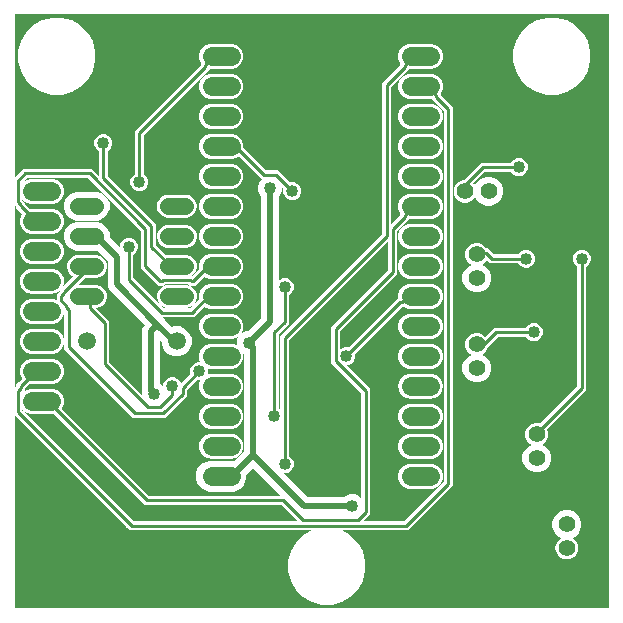
<source format=gbl>
G04 EAGLE Gerber RS-274X export*
G75*
%MOMM*%
%FSLAX34Y34*%
%LPD*%
%INBottom Copper*%
%IPPOS*%
%AMOC8*
5,1,8,0,0,1.08239X$1,22.5*%
G01*
%ADD10C,1.625600*%
%ADD11C,1.422400*%
%ADD12C,1.422400*%
%ADD13C,1.509600*%
%ADD14C,1.016000*%
%ADD15C,0.508000*%
%ADD16C,0.254000*%

G36*
X505419Y2615D02*
X505419Y2615D01*
X505417Y2618D01*
X505419Y2620D01*
X505419Y505380D01*
X505385Y505419D01*
X505382Y505417D01*
X505380Y505419D01*
X2620Y505419D01*
X2581Y505385D01*
X2583Y505382D01*
X2581Y505380D01*
X2581Y367475D01*
X2590Y367464D01*
X2589Y367451D01*
X2603Y367450D01*
X2615Y367436D01*
X2629Y367448D01*
X2648Y367447D01*
X7608Y372407D01*
X9852Y374651D01*
X67618Y374651D01*
X73592Y368677D01*
X73606Y368676D01*
X73615Y368666D01*
X73618Y368668D01*
X73620Y368665D01*
X73630Y368675D01*
X73644Y368674D01*
X73645Y368687D01*
X73659Y368700D01*
X73657Y368702D01*
X73659Y368705D01*
X73659Y389544D01*
X73640Y389565D01*
X73635Y389580D01*
X73153Y389779D01*
X71009Y391923D01*
X69849Y394724D01*
X69849Y397756D01*
X71009Y400557D01*
X73153Y402701D01*
X75954Y403861D01*
X78986Y403861D01*
X81787Y402701D01*
X83931Y400557D01*
X85091Y397756D01*
X85091Y394724D01*
X83931Y391923D01*
X81787Y389779D01*
X81305Y389580D01*
X81293Y389556D01*
X81288Y389551D01*
X81289Y389551D01*
X81281Y389544D01*
X81281Y368625D01*
X81293Y368611D01*
X81292Y368597D01*
X121921Y327968D01*
X121921Y310205D01*
X121933Y310191D01*
X121932Y310177D01*
X130429Y301680D01*
X130458Y301678D01*
X130472Y301672D01*
X130668Y301753D01*
X148732Y301753D01*
X152280Y300283D01*
X154995Y297568D01*
X156465Y294020D01*
X156465Y290180D01*
X154995Y286632D01*
X152804Y284441D01*
X152801Y284389D01*
X152804Y284389D01*
X152804Y284385D01*
X153007Y284182D01*
X153059Y284179D01*
X153059Y284182D01*
X153063Y284182D01*
X158583Y289702D01*
X158584Y289721D01*
X158593Y289729D01*
X158587Y289735D01*
X158592Y289745D01*
X158495Y289978D01*
X158495Y294222D01*
X160119Y298143D01*
X163121Y301145D01*
X167042Y302769D01*
X187542Y302769D01*
X191463Y301145D01*
X194465Y298143D01*
X196089Y294222D01*
X196089Y289978D01*
X194465Y286057D01*
X191463Y283055D01*
X187542Y281431D01*
X167042Y281431D01*
X163121Y283055D01*
X162945Y283231D01*
X162894Y283234D01*
X162893Y283231D01*
X162890Y283231D01*
X155248Y275589D01*
X150822Y275589D01*
X149563Y276848D01*
X149544Y276849D01*
X149535Y276859D01*
X129865Y276859D01*
X129851Y276847D01*
X129837Y276848D01*
X128578Y275589D01*
X124152Y275589D01*
X109219Y290522D01*
X109219Y322255D01*
X109207Y322269D01*
X109208Y322283D01*
X64473Y367018D01*
X64454Y367019D01*
X64445Y367029D01*
X13025Y367029D01*
X13011Y367017D01*
X12997Y367018D01*
X8902Y362923D01*
X8901Y362909D01*
X8892Y362901D01*
X8894Y362898D01*
X8891Y362895D01*
X8891Y362401D01*
X8900Y362391D01*
X8899Y362377D01*
X8913Y362376D01*
X8925Y362362D01*
X8939Y362375D01*
X8958Y362374D01*
X11229Y364645D01*
X15150Y366269D01*
X35650Y366269D01*
X39571Y364645D01*
X42573Y361643D01*
X44197Y357722D01*
X44197Y353478D01*
X42573Y349557D01*
X39571Y346555D01*
X35650Y344931D01*
X15150Y344931D01*
X11229Y346555D01*
X8958Y348826D01*
X8944Y348827D01*
X8935Y348838D01*
X8925Y348829D01*
X8906Y348830D01*
X8905Y348811D01*
X8891Y348799D01*
X8891Y348305D01*
X8903Y348291D01*
X8902Y348277D01*
X11431Y345748D01*
X11431Y344495D01*
X11443Y344481D01*
X11442Y344467D01*
X15054Y340855D01*
X15083Y340853D01*
X15097Y340847D01*
X15150Y340869D01*
X35650Y340869D01*
X39571Y339245D01*
X42573Y336243D01*
X44197Y332322D01*
X44197Y328078D01*
X42573Y324157D01*
X39571Y321155D01*
X35650Y319531D01*
X15150Y319531D01*
X11229Y321155D01*
X8227Y324157D01*
X6603Y328078D01*
X6603Y332322D01*
X8227Y336243D01*
X8530Y336546D01*
X8533Y336597D01*
X8530Y336598D01*
X8530Y336601D01*
X6053Y339078D01*
X3809Y341322D01*
X3809Y342575D01*
X3797Y342589D01*
X3798Y342603D01*
X3513Y342888D01*
X2648Y343753D01*
X2634Y343754D01*
X2625Y343764D01*
X2615Y343755D01*
X2596Y343756D01*
X2595Y343738D01*
X2581Y343725D01*
X2581Y189675D01*
X2590Y189664D01*
X2589Y189651D01*
X2603Y189650D01*
X2615Y189636D01*
X2627Y189646D01*
X2631Y189646D01*
X2633Y189648D01*
X2648Y189647D01*
X3798Y190797D01*
X3799Y190811D01*
X3808Y190819D01*
X3806Y190822D01*
X3809Y190825D01*
X3809Y192078D01*
X6053Y194322D01*
X8530Y196799D01*
X8531Y196817D01*
X8539Y196824D01*
X8532Y196832D01*
X8533Y196851D01*
X8530Y196851D01*
X8530Y196854D01*
X8227Y197157D01*
X6603Y201078D01*
X6603Y205322D01*
X8227Y209243D01*
X11229Y212245D01*
X15150Y213869D01*
X35650Y213869D01*
X39571Y212245D01*
X42573Y209243D01*
X44197Y205322D01*
X44197Y201078D01*
X42573Y197157D01*
X39571Y194155D01*
X35650Y192531D01*
X15150Y192531D01*
X15097Y192553D01*
X15089Y192551D01*
X15076Y192551D01*
X15068Y192544D01*
X15054Y192545D01*
X11442Y188933D01*
X11441Y188914D01*
X11431Y188905D01*
X11431Y187652D01*
X8902Y185123D01*
X8901Y185107D01*
X8891Y185098D01*
X8892Y185097D01*
X8891Y185095D01*
X8891Y184601D01*
X8900Y184591D01*
X8899Y184577D01*
X8913Y184576D01*
X8925Y184562D01*
X8939Y184575D01*
X8958Y184574D01*
X11229Y186845D01*
X15150Y188469D01*
X35650Y188469D01*
X39571Y186845D01*
X42573Y183843D01*
X44197Y179922D01*
X44197Y175678D01*
X42573Y171757D01*
X42270Y171454D01*
X42269Y171442D01*
X42267Y171439D01*
X42269Y171436D01*
X42267Y171403D01*
X42270Y171402D01*
X42270Y171399D01*
X115867Y97802D01*
X115886Y97801D01*
X115895Y97791D01*
X227887Y97791D01*
X227898Y97800D01*
X227911Y97799D01*
X227912Y97813D01*
X227926Y97825D01*
X227914Y97839D01*
X227915Y97858D01*
X204498Y121275D01*
X204446Y121278D01*
X204446Y121275D01*
X204442Y121275D01*
X198640Y115473D01*
X198639Y115454D01*
X198629Y115445D01*
X198629Y111673D01*
X196618Y106818D01*
X192902Y103102D01*
X188047Y101091D01*
X166537Y101091D01*
X161682Y103102D01*
X157966Y106818D01*
X155955Y111673D01*
X155955Y116927D01*
X157966Y121782D01*
X161682Y125498D01*
X166537Y127509D01*
X188047Y127509D01*
X188783Y127204D01*
X188810Y127214D01*
X188825Y127213D01*
X196838Y135225D01*
X196839Y135238D01*
X196842Y135241D01*
X196839Y135244D01*
X196849Y135253D01*
X196849Y217884D01*
X196830Y217906D01*
X196825Y217921D01*
X196075Y218231D01*
X196062Y218227D01*
X196049Y218233D01*
X196043Y218221D01*
X196025Y218215D01*
X196031Y218197D01*
X196023Y218180D01*
X196089Y218022D01*
X196089Y213778D01*
X194465Y209857D01*
X191463Y206855D01*
X187542Y205231D01*
X167042Y205231D01*
X166062Y205637D01*
X166049Y205633D01*
X166036Y205639D01*
X166030Y205627D01*
X166012Y205621D01*
X166019Y205603D01*
X166010Y205586D01*
X166371Y204716D01*
X166371Y201684D01*
X166010Y200814D01*
X166015Y200801D01*
X166009Y200789D01*
X166021Y200782D01*
X166027Y200765D01*
X166045Y200771D01*
X166062Y200763D01*
X167042Y201169D01*
X187542Y201169D01*
X191463Y199545D01*
X194465Y196543D01*
X196089Y192622D01*
X196089Y188378D01*
X194465Y184457D01*
X191463Y181455D01*
X187542Y179831D01*
X167042Y179831D01*
X163121Y181455D01*
X160119Y184457D01*
X158495Y188378D01*
X158495Y192622D01*
X159698Y195525D01*
X159697Y195528D01*
X159698Y195529D01*
X159696Y195531D01*
X159700Y195535D01*
X159690Y195547D01*
X159681Y195574D01*
X159669Y195570D01*
X159661Y195579D01*
X157234Y195579D01*
X156752Y195779D01*
X156725Y195769D01*
X156710Y195770D01*
X148602Y187663D01*
X148601Y187650D01*
X148600Y187649D01*
X148601Y187648D01*
X148601Y187644D01*
X148591Y187635D01*
X148591Y182572D01*
X129848Y163829D01*
X102562Y163829D01*
X100318Y166073D01*
X46693Y219698D01*
X44449Y221942D01*
X44449Y253675D01*
X44437Y253689D01*
X44438Y253703D01*
X44264Y253877D01*
X44250Y253878D01*
X44241Y253888D01*
X44231Y253879D01*
X44212Y253880D01*
X44211Y253862D01*
X44197Y253849D01*
X44197Y251878D01*
X42573Y247957D01*
X39571Y244955D01*
X35650Y243331D01*
X15150Y243331D01*
X11229Y244955D01*
X8227Y247957D01*
X6603Y251878D01*
X6603Y256122D01*
X8227Y260043D01*
X11229Y263045D01*
X15150Y264669D01*
X35650Y264669D01*
X38045Y263677D01*
X38051Y263679D01*
X38055Y263674D01*
X38067Y263684D01*
X38094Y263694D01*
X38090Y263705D01*
X38099Y263713D01*
X38099Y268278D01*
X40628Y270807D01*
X40629Y270826D01*
X40639Y270835D01*
X40639Y271329D01*
X40630Y271339D01*
X40631Y271353D01*
X40617Y271354D01*
X40605Y271368D01*
X40601Y271364D01*
X40600Y271365D01*
X40597Y271365D01*
X40586Y271356D01*
X40572Y271356D01*
X40478Y271262D01*
X39120Y270275D01*
X37623Y269513D01*
X36026Y268994D01*
X34368Y268731D01*
X25479Y268731D01*
X25479Y279321D01*
X44197Y279321D01*
X44197Y278560D01*
X43934Y276902D01*
X43415Y275305D01*
X43070Y274628D01*
X43075Y274607D01*
X43074Y274586D01*
X43081Y274585D01*
X43083Y274577D01*
X43108Y274584D01*
X43111Y274583D01*
X43112Y274583D01*
X43114Y274583D01*
X43133Y274582D01*
X51973Y283422D01*
X51973Y283428D01*
X51979Y283430D01*
X51974Y283445D01*
X51976Y283474D01*
X51964Y283475D01*
X51960Y283486D01*
X50920Y283917D01*
X48205Y286632D01*
X46735Y290180D01*
X46735Y294020D01*
X48205Y297568D01*
X50920Y300283D01*
X54468Y301753D01*
X72532Y301753D01*
X76080Y300283D01*
X78795Y297568D01*
X80265Y294020D01*
X80265Y290180D01*
X78795Y286632D01*
X76080Y283917D01*
X72532Y282447D01*
X61793Y282447D01*
X61779Y282435D01*
X61765Y282436D01*
X55749Y276420D01*
X55748Y276406D01*
X55738Y276397D01*
X55747Y276387D01*
X55746Y276368D01*
X55764Y276367D01*
X55777Y276353D01*
X72532Y276353D01*
X76080Y274883D01*
X78795Y272168D01*
X80265Y268620D01*
X80265Y264780D01*
X78795Y261232D01*
X76080Y258517D01*
X72532Y257047D01*
X71017Y257047D01*
X71006Y257038D01*
X70993Y257039D01*
X70992Y257025D01*
X70978Y257013D01*
X70990Y256999D01*
X70989Y256980D01*
X82551Y245418D01*
X82551Y211145D01*
X82563Y211131D01*
X82562Y211117D01*
X110422Y183257D01*
X110436Y183256D01*
X110445Y183246D01*
X110448Y183248D01*
X110450Y183248D01*
X110457Y183255D01*
X110474Y183254D01*
X110475Y183271D01*
X110489Y183283D01*
X110488Y183284D01*
X110489Y183285D01*
X110489Y239006D01*
X111649Y241807D01*
X112385Y242542D01*
X112388Y242594D01*
X112385Y242594D01*
X112385Y242598D01*
X84589Y270394D01*
X82439Y272543D01*
X81279Y275344D01*
X81279Y296547D01*
X81267Y296561D01*
X81268Y296575D01*
X72547Y305296D01*
X72528Y305297D01*
X72519Y305307D01*
X53963Y305307D01*
X49481Y307164D01*
X46052Y310593D01*
X44195Y315075D01*
X44195Y319925D01*
X46052Y324407D01*
X49481Y327836D01*
X53963Y329693D01*
X73037Y329693D01*
X77519Y327836D01*
X80948Y324407D01*
X82805Y319925D01*
X82805Y316609D01*
X82817Y316595D01*
X82816Y316581D01*
X91372Y308025D01*
X91386Y308024D01*
X91395Y308014D01*
X91405Y308023D01*
X91424Y308022D01*
X91425Y308040D01*
X91439Y308053D01*
X91439Y310126D01*
X92599Y312927D01*
X94743Y315071D01*
X97544Y316231D01*
X100576Y316231D01*
X103377Y315071D01*
X105521Y312927D01*
X106681Y310126D01*
X106681Y307094D01*
X105521Y304293D01*
X103377Y302149D01*
X102895Y301950D01*
X102882Y301924D01*
X102871Y301914D01*
X102871Y282265D01*
X102883Y282251D01*
X102882Y282237D01*
X128567Y256552D01*
X128586Y256551D01*
X128595Y256541D01*
X150805Y256541D01*
X150819Y256553D01*
X150833Y256552D01*
X158583Y264302D01*
X158585Y264329D01*
X158591Y264334D01*
X158588Y264337D01*
X158592Y264345D01*
X158495Y264578D01*
X158495Y268822D01*
X160119Y272743D01*
X163121Y275745D01*
X167042Y277369D01*
X187542Y277369D01*
X191463Y275745D01*
X194465Y272743D01*
X196089Y268822D01*
X196089Y264578D01*
X194465Y260657D01*
X191463Y257655D01*
X187542Y256031D01*
X167042Y256031D01*
X163121Y257655D01*
X162945Y257831D01*
X162894Y257834D01*
X162893Y257831D01*
X162890Y257831D01*
X153978Y248919D01*
X127713Y248919D01*
X127702Y248910D01*
X127689Y248911D01*
X127688Y248897D01*
X127674Y248885D01*
X127686Y248871D01*
X127685Y248852D01*
X129656Y246881D01*
X135841Y240697D01*
X135870Y240695D01*
X135883Y240688D01*
X137188Y241229D01*
X142212Y241229D01*
X146854Y239306D01*
X150406Y235754D01*
X152329Y231112D01*
X152329Y226088D01*
X150406Y221446D01*
X146854Y217894D01*
X142212Y215971D01*
X137188Y215971D01*
X132546Y217894D01*
X128994Y221446D01*
X127071Y226088D01*
X127071Y227895D01*
X127059Y227909D01*
X127060Y227923D01*
X125798Y229185D01*
X125784Y229186D01*
X125775Y229196D01*
X125765Y229187D01*
X125746Y229188D01*
X125745Y229170D01*
X125731Y229157D01*
X125731Y193070D01*
X125750Y193048D01*
X125755Y193033D01*
X126406Y192764D01*
X128202Y190967D01*
X128216Y190966D01*
X128225Y190956D01*
X128235Y190965D01*
X128254Y190964D01*
X128255Y190983D01*
X128269Y190995D01*
X128269Y192016D01*
X129429Y194817D01*
X131573Y196961D01*
X134374Y198121D01*
X137406Y198121D01*
X140207Y196961D01*
X142351Y194817D01*
X143098Y193013D01*
X143103Y193011D01*
X143103Y193004D01*
X143118Y193003D01*
X143144Y192991D01*
X143149Y193001D01*
X143162Y193001D01*
X143213Y193052D01*
X151320Y201160D01*
X151321Y201173D01*
X151330Y201181D01*
X151322Y201189D01*
X151329Y201202D01*
X151129Y201684D01*
X151129Y204716D01*
X152289Y207517D01*
X154433Y209661D01*
X157234Y210821D01*
X159661Y210821D01*
X159666Y210825D01*
X159672Y210822D01*
X159678Y210836D01*
X159700Y210855D01*
X159692Y210864D01*
X159698Y210875D01*
X158495Y213778D01*
X158495Y218022D01*
X160119Y221943D01*
X163121Y224945D01*
X167042Y226569D01*
X187542Y226569D01*
X190445Y225366D01*
X190451Y225368D01*
X190455Y225364D01*
X190457Y225366D01*
X190459Y225364D01*
X190460Y225364D01*
X190474Y225376D01*
X190494Y225383D01*
X190491Y225391D01*
X190499Y225398D01*
X190497Y225400D01*
X190499Y225403D01*
X190499Y229351D01*
X191796Y232481D01*
X191789Y232500D01*
X191791Y232520D01*
X191782Y232521D01*
X191779Y232530D01*
X191756Y232522D01*
X191732Y232524D01*
X191463Y232255D01*
X187542Y230631D01*
X167042Y230631D01*
X163121Y232255D01*
X160119Y235257D01*
X158495Y239178D01*
X158495Y243422D01*
X160119Y247343D01*
X163121Y250345D01*
X167042Y251969D01*
X187542Y251969D01*
X191463Y250345D01*
X194465Y247343D01*
X196089Y243422D01*
X196089Y239178D01*
X194715Y235861D01*
X194721Y235842D01*
X194720Y235822D01*
X194728Y235822D01*
X194732Y235812D01*
X194755Y235820D01*
X194779Y235818D01*
X194904Y235944D01*
X198639Y237491D01*
X200027Y237491D01*
X200041Y237503D01*
X200055Y237502D01*
X210808Y248255D01*
X210809Y248272D01*
X210819Y248281D01*
X210818Y248282D01*
X210819Y248283D01*
X210819Y351375D01*
X210807Y351389D01*
X210808Y351403D01*
X209826Y352384D01*
X208279Y356119D01*
X208279Y360161D01*
X209826Y363896D01*
X211708Y365777D01*
X211709Y365791D01*
X211714Y365795D01*
X211709Y365801D01*
X211711Y365829D01*
X211708Y365829D01*
X211708Y365833D01*
X209538Y368003D01*
X192202Y385339D01*
X192184Y385340D01*
X192178Y385347D01*
X192171Y385347D01*
X192164Y385341D01*
X192150Y385342D01*
X192150Y385339D01*
X192147Y385339D01*
X191463Y384655D01*
X187542Y383031D01*
X167042Y383031D01*
X163121Y384655D01*
X160119Y387657D01*
X158495Y391578D01*
X158495Y395822D01*
X160119Y399743D01*
X163121Y402745D01*
X167042Y404369D01*
X187542Y404369D01*
X191463Y402745D01*
X194465Y399743D01*
X196089Y395822D01*
X196089Y392247D01*
X196101Y392233D01*
X196100Y392219D01*
X214927Y373392D01*
X214946Y373391D01*
X214955Y373381D01*
X225098Y373381D01*
X235450Y363030D01*
X235479Y363028D01*
X235492Y363021D01*
X235974Y363221D01*
X239006Y363221D01*
X241807Y362061D01*
X243951Y359917D01*
X245111Y357116D01*
X245111Y354084D01*
X243951Y351283D01*
X241807Y349139D01*
X239006Y347979D01*
X235974Y347979D01*
X233173Y349139D01*
X231029Y351283D01*
X229869Y354084D01*
X229869Y357116D01*
X230069Y357598D01*
X230059Y357625D01*
X230060Y357640D01*
X228668Y359033D01*
X228654Y359034D01*
X228645Y359044D01*
X228635Y359035D01*
X228616Y359036D01*
X228615Y359018D01*
X228601Y359005D01*
X228601Y356119D01*
X227054Y352384D01*
X226072Y351403D01*
X226071Y351384D01*
X226061Y351375D01*
X226061Y280113D01*
X226070Y280102D01*
X226069Y280089D01*
X226083Y280088D01*
X226095Y280074D01*
X226100Y280078D01*
X226105Y280078D01*
X226113Y280086D01*
X226128Y280085D01*
X226823Y280781D01*
X229624Y281941D01*
X232656Y281941D01*
X235457Y280781D01*
X237601Y278637D01*
X238761Y275836D01*
X238761Y272804D01*
X237601Y270003D01*
X235457Y267859D01*
X234975Y267660D01*
X234962Y267634D01*
X234951Y267624D01*
X234951Y243532D01*
X226072Y234653D01*
X226071Y234639D01*
X226063Y234632D01*
X226065Y234629D01*
X226061Y234625D01*
X226061Y171796D01*
X226080Y171775D01*
X226085Y171760D01*
X226567Y171561D01*
X227262Y170865D01*
X227276Y170864D01*
X227285Y170854D01*
X227295Y170863D01*
X227314Y170862D01*
X227315Y170880D01*
X227329Y170893D01*
X227329Y232718D01*
X313678Y319067D01*
X313679Y319080D01*
X313687Y319088D01*
X313685Y319091D01*
X313689Y319095D01*
X313689Y447348D01*
X328918Y462577D01*
X328919Y462596D01*
X328929Y462605D01*
X328929Y463667D01*
X328917Y463681D01*
X328918Y463694D01*
X328755Y463857D01*
X327131Y467778D01*
X327131Y472022D01*
X328755Y475943D01*
X331757Y478945D01*
X335678Y480569D01*
X356178Y480569D01*
X360099Y478945D01*
X363101Y475943D01*
X364725Y472022D01*
X364725Y467778D01*
X363101Y463857D01*
X360099Y460855D01*
X356178Y459231D01*
X336367Y459231D01*
X336353Y459219D01*
X336339Y459220D01*
X321322Y444203D01*
X321321Y444190D01*
X321318Y444187D01*
X321321Y444184D01*
X321311Y444175D01*
X321311Y328065D01*
X321320Y328054D01*
X321319Y328041D01*
X321333Y328040D01*
X321345Y328026D01*
X321359Y328038D01*
X321378Y328037D01*
X328918Y335577D01*
X328919Y335596D01*
X328929Y335605D01*
X328929Y336687D01*
X328917Y336701D01*
X328918Y336714D01*
X328775Y336857D01*
X327151Y340778D01*
X327151Y345022D01*
X328775Y348943D01*
X331777Y351945D01*
X335698Y353569D01*
X356198Y353569D01*
X360119Y351945D01*
X363121Y348943D01*
X364745Y345022D01*
X364745Y340778D01*
X363121Y336857D01*
X360119Y333855D01*
X356198Y332231D01*
X336367Y332231D01*
X336353Y332219D01*
X336339Y332220D01*
X326402Y322283D01*
X326401Y322264D01*
X326391Y322255D01*
X326391Y285442D01*
X278142Y237193D01*
X278141Y237174D01*
X278131Y237165D01*
X278131Y221693D01*
X278140Y221682D01*
X278139Y221669D01*
X278153Y221668D01*
X278165Y221654D01*
X278179Y221666D01*
X278198Y221665D01*
X278893Y222361D01*
X281694Y223521D01*
X284726Y223521D01*
X285208Y223321D01*
X285212Y223323D01*
X285227Y223323D01*
X285236Y223331D01*
X285250Y223330D01*
X325108Y263187D01*
X327140Y265219D01*
X327141Y265232D01*
X327146Y265237D01*
X327143Y265240D01*
X327151Y265247D01*
X327151Y268822D01*
X328775Y272743D01*
X331777Y275745D01*
X335698Y277369D01*
X356198Y277369D01*
X360119Y275745D01*
X363121Y272743D01*
X364745Y268822D01*
X364745Y264578D01*
X363121Y260657D01*
X360119Y257655D01*
X356198Y256031D01*
X335698Y256031D01*
X331777Y257655D01*
X331634Y257798D01*
X331616Y257799D01*
X331607Y257809D01*
X330525Y257809D01*
X330511Y257797D01*
X330497Y257798D01*
X290640Y217940D01*
X290638Y217917D01*
X290631Y217911D01*
X290635Y217906D01*
X290631Y217898D01*
X290831Y217416D01*
X290831Y214384D01*
X289671Y211583D01*
X287527Y209439D01*
X284726Y208279D01*
X283615Y208279D01*
X283604Y208270D01*
X283591Y208271D01*
X283590Y208257D01*
X283576Y208245D01*
X283588Y208231D01*
X283587Y208212D01*
X303531Y188268D01*
X303531Y82242D01*
X301287Y79998D01*
X297557Y76268D01*
X297556Y76254D01*
X297546Y76245D01*
X297555Y76235D01*
X297554Y76216D01*
X297572Y76215D01*
X297585Y76201D01*
X332415Y76201D01*
X332429Y76213D01*
X332443Y76212D01*
X365748Y109517D01*
X365749Y109530D01*
X365751Y109532D01*
X365749Y109535D01*
X365749Y109536D01*
X365759Y109545D01*
X365759Y423855D01*
X365747Y423869D01*
X365748Y423883D01*
X355811Y433820D01*
X355792Y433821D01*
X355783Y433831D01*
X335698Y433831D01*
X331777Y435455D01*
X328775Y438457D01*
X327151Y442378D01*
X327151Y446622D01*
X328775Y450543D01*
X331777Y453545D01*
X335698Y455169D01*
X356198Y455169D01*
X360119Y453545D01*
X363121Y450543D01*
X364745Y446622D01*
X364745Y442378D01*
X363160Y438553D01*
X363166Y438536D01*
X363165Y438535D01*
X363167Y438533D01*
X363170Y438525D01*
X363169Y438510D01*
X363221Y438458D01*
X363221Y437205D01*
X363233Y437191D01*
X363232Y437177D01*
X373381Y427028D01*
X373381Y106372D01*
X335588Y68579D01*
X278976Y68579D01*
X278959Y68565D01*
X278939Y68555D01*
X278942Y68550D01*
X278937Y68545D01*
X278954Y68525D01*
X278965Y68502D01*
X279260Y68423D01*
X286681Y64139D01*
X292739Y58081D01*
X297023Y50660D01*
X299241Y42384D01*
X299241Y33816D01*
X297023Y25540D01*
X292739Y18119D01*
X286681Y12061D01*
X279260Y7777D01*
X270984Y5559D01*
X262416Y5559D01*
X254140Y7777D01*
X246719Y12061D01*
X240661Y18119D01*
X236377Y25540D01*
X234159Y33816D01*
X234159Y42384D01*
X236377Y50660D01*
X240661Y58081D01*
X246719Y64139D01*
X254140Y68423D01*
X254435Y68502D01*
X254447Y68520D01*
X254463Y68535D01*
X254459Y68540D01*
X254463Y68545D01*
X254442Y68560D01*
X254424Y68579D01*
X100022Y68579D01*
X97778Y70823D01*
X2648Y165953D01*
X2634Y165954D01*
X2625Y165964D01*
X2615Y165955D01*
X2596Y165956D01*
X2595Y165938D01*
X2581Y165925D01*
X2581Y2620D01*
X2615Y2581D01*
X2618Y2583D01*
X2620Y2581D01*
X505380Y2581D01*
X505419Y2615D01*
G37*
G36*
X295875Y95715D02*
X295875Y95715D01*
X295894Y95714D01*
X295895Y95733D01*
X295909Y95745D01*
X295909Y185095D01*
X295897Y185109D01*
X295898Y185123D01*
X270509Y210512D01*
X270509Y240338D01*
X318758Y288587D01*
X318759Y288606D01*
X318769Y288615D01*
X318769Y313285D01*
X318760Y313296D01*
X318761Y313309D01*
X318747Y313310D01*
X318735Y313324D01*
X318732Y313321D01*
X318730Y313323D01*
X318728Y313323D01*
X318716Y313312D01*
X318702Y313313D01*
X234962Y229573D01*
X234961Y229554D01*
X234951Y229545D01*
X234951Y131156D01*
X234970Y131135D01*
X234975Y131120D01*
X235457Y130921D01*
X237601Y128777D01*
X238761Y125976D01*
X238761Y122944D01*
X237601Y120143D01*
X235457Y117999D01*
X232656Y116839D01*
X230583Y116839D01*
X230572Y116830D01*
X230559Y116831D01*
X230558Y116817D01*
X230544Y116805D01*
X230556Y116791D01*
X230555Y116772D01*
X250795Y96532D01*
X250814Y96531D01*
X250823Y96521D01*
X281525Y96521D01*
X281539Y96533D01*
X281553Y96532D01*
X282534Y97514D01*
X286269Y99061D01*
X290311Y99061D01*
X294046Y97514D01*
X295842Y95717D01*
X295856Y95716D01*
X295865Y95706D01*
X295875Y95715D01*
G37*
G36*
X242176Y76210D02*
X242176Y76210D01*
X242189Y76209D01*
X242190Y76223D01*
X242204Y76235D01*
X242192Y76249D01*
X242193Y76268D01*
X228303Y90158D01*
X228284Y90159D01*
X228275Y90169D01*
X112722Y90169D01*
X35746Y167145D01*
X35727Y167146D01*
X35719Y167156D01*
X35718Y167156D01*
X35710Y167150D01*
X35703Y167153D01*
X35650Y167131D01*
X15150Y167131D01*
X11229Y168755D01*
X8958Y171026D01*
X8944Y171027D01*
X8935Y171038D01*
X8925Y171029D01*
X8906Y171030D01*
X8905Y171011D01*
X8891Y170999D01*
X8891Y170505D01*
X8903Y170491D01*
X8902Y170477D01*
X103167Y76212D01*
X103186Y76211D01*
X103195Y76201D01*
X242165Y76201D01*
X242176Y76210D01*
G37*
%LPC*%
G36*
X33816Y437359D02*
X33816Y437359D01*
X25540Y439577D01*
X18119Y443861D01*
X12061Y449919D01*
X7777Y457340D01*
X5559Y465616D01*
X5559Y474184D01*
X7777Y482460D01*
X12061Y489881D01*
X18119Y495939D01*
X25540Y500223D01*
X33816Y502441D01*
X42384Y502441D01*
X50660Y500223D01*
X58081Y495939D01*
X64139Y489881D01*
X68423Y482460D01*
X70641Y474184D01*
X70641Y465616D01*
X68423Y457340D01*
X64139Y449919D01*
X58081Y443861D01*
X50660Y439577D01*
X42384Y437359D01*
X33816Y437359D01*
G37*
%LPD*%
%LPC*%
G36*
X452916Y437359D02*
X452916Y437359D01*
X444640Y439577D01*
X437219Y443861D01*
X431161Y449919D01*
X426877Y457340D01*
X424659Y465616D01*
X424659Y474184D01*
X426877Y482460D01*
X431161Y489881D01*
X437219Y495939D01*
X444640Y500223D01*
X452916Y502441D01*
X461484Y502441D01*
X469760Y500223D01*
X477181Y495939D01*
X483239Y489881D01*
X487523Y482460D01*
X489741Y474184D01*
X489741Y465616D01*
X487523Y457340D01*
X483239Y449919D01*
X477181Y443861D01*
X469760Y439577D01*
X461484Y437359D01*
X452916Y437359D01*
G37*
%LPD*%
%LPC*%
G36*
X442075Y117507D02*
X442075Y117507D01*
X437593Y119364D01*
X434164Y122793D01*
X432307Y127275D01*
X432307Y132125D01*
X434164Y136607D01*
X437593Y140036D01*
X440012Y141038D01*
X440018Y141051D01*
X440031Y141055D01*
X440027Y141068D01*
X440035Y141085D01*
X440018Y141093D01*
X440012Y141111D01*
X439032Y141517D01*
X436317Y144232D01*
X434847Y147780D01*
X434847Y151620D01*
X436317Y155168D01*
X439032Y157883D01*
X442580Y159353D01*
X446420Y159353D01*
X447042Y159095D01*
X447069Y159105D01*
X447085Y159104D01*
X478778Y190797D01*
X478779Y190811D01*
X478788Y190819D01*
X478786Y190821D01*
X478789Y190825D01*
X478789Y291754D01*
X478770Y291775D01*
X478765Y291790D01*
X478283Y291989D01*
X476139Y294133D01*
X474979Y296934D01*
X474979Y299966D01*
X476139Y302767D01*
X478283Y304911D01*
X481084Y306071D01*
X484116Y306071D01*
X486917Y304911D01*
X489061Y302767D01*
X490221Y299966D01*
X490221Y296934D01*
X489061Y294133D01*
X486917Y291989D01*
X486435Y291790D01*
X486422Y291764D01*
X486411Y291754D01*
X486411Y187652D01*
X453066Y154307D01*
X453065Y154293D01*
X453058Y154287D01*
X453064Y154279D01*
X453064Y154278D01*
X453058Y154264D01*
X454153Y151620D01*
X454153Y147780D01*
X452683Y144232D01*
X449968Y141517D01*
X448988Y141111D01*
X448982Y141099D01*
X448969Y141094D01*
X448973Y141081D01*
X448965Y141064D01*
X448982Y141056D01*
X448988Y141038D01*
X451407Y140036D01*
X454836Y136607D01*
X456693Y132125D01*
X456693Y127275D01*
X454836Y122793D01*
X451407Y119364D01*
X446925Y117507D01*
X442075Y117507D01*
G37*
%LPD*%
%LPC*%
G36*
X106434Y355599D02*
X106434Y355599D01*
X103633Y356759D01*
X101489Y358903D01*
X100329Y361704D01*
X100329Y364736D01*
X101489Y367537D01*
X103633Y369681D01*
X104115Y369880D01*
X104128Y369906D01*
X104139Y369916D01*
X104139Y406708D01*
X160008Y462577D01*
X160009Y462596D01*
X160019Y462605D01*
X160019Y463858D01*
X160071Y463910D01*
X160073Y463939D01*
X160080Y463953D01*
X158495Y467778D01*
X158495Y472022D01*
X160119Y475943D01*
X163121Y478945D01*
X167042Y480569D01*
X187542Y480569D01*
X191463Y478945D01*
X194465Y475943D01*
X196089Y472022D01*
X196089Y467778D01*
X194465Y463857D01*
X191463Y460855D01*
X187542Y459231D01*
X167457Y459231D01*
X167443Y459219D01*
X167429Y459220D01*
X111772Y403563D01*
X111771Y403544D01*
X111761Y403535D01*
X111761Y369916D01*
X111780Y369895D01*
X111785Y369880D01*
X112267Y369681D01*
X114411Y367537D01*
X115571Y364736D01*
X115571Y361704D01*
X114411Y358903D01*
X112267Y356759D01*
X109466Y355599D01*
X106434Y355599D01*
G37*
%LPD*%
%LPC*%
G36*
X401275Y343407D02*
X401275Y343407D01*
X396793Y345264D01*
X393364Y348693D01*
X392362Y351112D01*
X392349Y351118D01*
X392345Y351131D01*
X392332Y351127D01*
X392315Y351135D01*
X392307Y351118D01*
X392289Y351112D01*
X391883Y350132D01*
X389168Y347417D01*
X385620Y345947D01*
X381780Y345947D01*
X378232Y347417D01*
X375517Y350132D01*
X374047Y353680D01*
X374047Y357520D01*
X375517Y361068D01*
X378232Y363783D01*
X381780Y365253D01*
X382707Y365253D01*
X382721Y365265D01*
X382735Y365264D01*
X397202Y379731D01*
X422564Y379731D01*
X422585Y379750D01*
X422600Y379755D01*
X422799Y380237D01*
X424943Y382381D01*
X427744Y383541D01*
X430776Y383541D01*
X433577Y382381D01*
X435721Y380237D01*
X436881Y377436D01*
X436881Y374404D01*
X435721Y371603D01*
X433577Y369459D01*
X430776Y368299D01*
X427744Y368299D01*
X424943Y369459D01*
X422799Y371603D01*
X422600Y372085D01*
X422574Y372098D01*
X422564Y372109D01*
X400375Y372109D01*
X400361Y372097D01*
X400347Y372098D01*
X390628Y362379D01*
X390626Y362356D01*
X390621Y362351D01*
X390626Y362346D01*
X390625Y362327D01*
X390628Y362327D01*
X390628Y362323D01*
X391883Y361068D01*
X392289Y360088D01*
X392301Y360082D01*
X392306Y360069D01*
X392319Y360073D01*
X392320Y360073D01*
X392323Y360070D01*
X392326Y360070D01*
X392336Y360065D01*
X392344Y360082D01*
X392362Y360088D01*
X393364Y362507D01*
X396793Y365936D01*
X401275Y367793D01*
X406125Y367793D01*
X410607Y365936D01*
X414036Y362507D01*
X415893Y358025D01*
X415893Y353175D01*
X414036Y348693D01*
X410607Y345264D01*
X406125Y343407D01*
X401275Y343407D01*
G37*
%LPD*%
%LPC*%
G36*
X391275Y193707D02*
X391275Y193707D01*
X386793Y195564D01*
X383364Y198993D01*
X381507Y203475D01*
X381507Y208325D01*
X383364Y212807D01*
X386793Y216236D01*
X389212Y217238D01*
X389218Y217251D01*
X389231Y217255D01*
X389227Y217268D01*
X389235Y217285D01*
X389218Y217293D01*
X389212Y217311D01*
X388232Y217717D01*
X385517Y220432D01*
X384047Y223980D01*
X384047Y227820D01*
X385517Y231368D01*
X388232Y234083D01*
X391780Y235553D01*
X395620Y235553D01*
X399168Y234083D01*
X400898Y232353D01*
X400916Y232352D01*
X400917Y232350D01*
X400935Y232350D01*
X400935Y232351D01*
X400950Y232350D01*
X400950Y232353D01*
X400954Y232353D01*
X408632Y240031D01*
X435264Y240031D01*
X435285Y240050D01*
X435300Y240055D01*
X435499Y240537D01*
X437643Y242681D01*
X440444Y243841D01*
X443476Y243841D01*
X446277Y242681D01*
X448421Y240537D01*
X449581Y237736D01*
X449581Y234704D01*
X448421Y231903D01*
X446277Y229759D01*
X443476Y228599D01*
X440444Y228599D01*
X437643Y229759D01*
X435499Y231903D01*
X435300Y232385D01*
X435274Y232398D01*
X435264Y232409D01*
X411805Y232409D01*
X411791Y232397D01*
X411777Y232398D01*
X403872Y224493D01*
X403354Y223975D01*
X403353Y223964D01*
X403345Y223962D01*
X401883Y220432D01*
X399168Y217717D01*
X398188Y217311D01*
X398182Y217299D01*
X398169Y217294D01*
X398173Y217281D01*
X398165Y217264D01*
X398182Y217256D01*
X398188Y217238D01*
X400607Y216236D01*
X404036Y212807D01*
X405893Y208325D01*
X405893Y203475D01*
X404036Y198993D01*
X400607Y195564D01*
X396125Y193707D01*
X391275Y193707D01*
G37*
%LPD*%
%LPC*%
G36*
X391275Y269907D02*
X391275Y269907D01*
X386793Y271764D01*
X383364Y275193D01*
X381507Y279675D01*
X381507Y284525D01*
X383364Y289007D01*
X386793Y292436D01*
X389212Y293438D01*
X389218Y293451D01*
X389231Y293455D01*
X389227Y293468D01*
X389235Y293485D01*
X389218Y293493D01*
X389212Y293511D01*
X388232Y293917D01*
X385517Y296632D01*
X384047Y300180D01*
X384047Y304020D01*
X385517Y307568D01*
X388232Y310283D01*
X391780Y311753D01*
X395620Y311753D01*
X399168Y310283D01*
X401883Y307568D01*
X401967Y307365D01*
X401993Y307352D01*
X402003Y307341D01*
X402898Y307341D01*
X407967Y302272D01*
X407986Y302271D01*
X407995Y302261D01*
X428914Y302261D01*
X428935Y302280D01*
X428950Y302285D01*
X429149Y302767D01*
X431293Y304911D01*
X434094Y306071D01*
X437126Y306071D01*
X439927Y304911D01*
X442071Y302767D01*
X443231Y299966D01*
X443231Y296934D01*
X442071Y294133D01*
X439927Y291989D01*
X437126Y290829D01*
X434094Y290829D01*
X431293Y291989D01*
X429149Y294133D01*
X428950Y294615D01*
X428924Y294628D01*
X428914Y294639D01*
X404822Y294639D01*
X402202Y297259D01*
X402195Y297260D01*
X402193Y297266D01*
X402182Y297262D01*
X402175Y297270D01*
X402173Y297270D01*
X402164Y297262D01*
X402150Y297262D01*
X402149Y297250D01*
X402138Y297246D01*
X401883Y296632D01*
X399168Y293917D01*
X398188Y293511D01*
X398182Y293499D01*
X398169Y293494D01*
X398173Y293481D01*
X398165Y293464D01*
X398182Y293456D01*
X398188Y293438D01*
X400607Y292436D01*
X404036Y289007D01*
X405893Y284525D01*
X405893Y279675D01*
X404036Y275193D01*
X400607Y271764D01*
X396125Y269907D01*
X391275Y269907D01*
G37*
%LPD*%
%LPC*%
G36*
X53963Y330707D02*
X53963Y330707D01*
X49481Y332564D01*
X46052Y335993D01*
X44195Y340475D01*
X44195Y345325D01*
X46052Y349807D01*
X49481Y353236D01*
X53963Y355093D01*
X73037Y355093D01*
X77519Y353236D01*
X80948Y349807D01*
X82805Y345325D01*
X82805Y340475D01*
X80948Y335993D01*
X77519Y332564D01*
X73037Y330707D01*
X53963Y330707D01*
G37*
%LPD*%
%LPC*%
G36*
X15150Y294131D02*
X15150Y294131D01*
X11229Y295755D01*
X8227Y298757D01*
X6603Y302678D01*
X6603Y306922D01*
X8227Y310843D01*
X11229Y313845D01*
X15150Y315469D01*
X35650Y315469D01*
X39571Y313845D01*
X42573Y310843D01*
X44197Y306922D01*
X44197Y302678D01*
X42573Y298757D01*
X39571Y295755D01*
X35650Y294131D01*
X15150Y294131D01*
G37*
%LPD*%
%LPC*%
G36*
X335698Y306831D02*
X335698Y306831D01*
X331777Y308455D01*
X328775Y311457D01*
X327151Y315378D01*
X327151Y319622D01*
X328775Y323543D01*
X331777Y326545D01*
X335698Y328169D01*
X356198Y328169D01*
X360119Y326545D01*
X363121Y323543D01*
X364745Y319622D01*
X364745Y315378D01*
X363121Y311457D01*
X360119Y308455D01*
X356198Y306831D01*
X335698Y306831D01*
G37*
%LPD*%
%LPC*%
G36*
X335698Y281431D02*
X335698Y281431D01*
X331777Y283055D01*
X328775Y286057D01*
X327151Y289978D01*
X327151Y294222D01*
X328775Y298143D01*
X331777Y301145D01*
X335698Y302769D01*
X356198Y302769D01*
X360119Y301145D01*
X363121Y298143D01*
X364745Y294222D01*
X364745Y289978D01*
X363121Y286057D01*
X360119Y283055D01*
X356198Y281431D01*
X335698Y281431D01*
G37*
%LPD*%
%LPC*%
G36*
X167042Y154431D02*
X167042Y154431D01*
X163121Y156055D01*
X160119Y159057D01*
X158495Y162978D01*
X158495Y167222D01*
X160119Y171143D01*
X163121Y174145D01*
X167042Y175769D01*
X187542Y175769D01*
X191463Y174145D01*
X194465Y171143D01*
X196089Y167222D01*
X196089Y162978D01*
X194465Y159057D01*
X191463Y156055D01*
X187542Y154431D01*
X167042Y154431D01*
G37*
%LPD*%
%LPC*%
G36*
X335698Y230631D02*
X335698Y230631D01*
X331777Y232255D01*
X328775Y235257D01*
X327151Y239178D01*
X327151Y243422D01*
X328775Y247343D01*
X331777Y250345D01*
X335698Y251969D01*
X356198Y251969D01*
X360119Y250345D01*
X363121Y247343D01*
X364745Y243422D01*
X364745Y239178D01*
X363121Y235257D01*
X360119Y232255D01*
X356198Y230631D01*
X335698Y230631D01*
G37*
%LPD*%
%LPC*%
G36*
X15150Y217931D02*
X15150Y217931D01*
X11229Y219555D01*
X8227Y222557D01*
X6603Y226478D01*
X6603Y230722D01*
X8227Y234643D01*
X11229Y237645D01*
X15150Y239269D01*
X35650Y239269D01*
X39571Y237645D01*
X42573Y234643D01*
X44197Y230722D01*
X44197Y226478D01*
X42573Y222557D01*
X39571Y219555D01*
X35650Y217931D01*
X15150Y217931D01*
G37*
%LPD*%
%LPC*%
G36*
X335698Y205231D02*
X335698Y205231D01*
X331777Y206855D01*
X328775Y209857D01*
X327151Y213778D01*
X327151Y218022D01*
X328775Y221943D01*
X331777Y224945D01*
X335698Y226569D01*
X356198Y226569D01*
X360119Y224945D01*
X363121Y221943D01*
X364745Y218022D01*
X364745Y213778D01*
X363121Y209857D01*
X360119Y206855D01*
X356198Y205231D01*
X335698Y205231D01*
G37*
%LPD*%
%LPC*%
G36*
X335698Y154431D02*
X335698Y154431D01*
X331777Y156055D01*
X328775Y159057D01*
X327151Y162978D01*
X327151Y167222D01*
X328775Y171143D01*
X331777Y174145D01*
X335698Y175769D01*
X356198Y175769D01*
X360119Y174145D01*
X363121Y171143D01*
X364745Y167222D01*
X364745Y162978D01*
X363121Y159057D01*
X360119Y156055D01*
X356198Y154431D01*
X335698Y154431D01*
G37*
%LPD*%
%LPC*%
G36*
X167042Y433831D02*
X167042Y433831D01*
X163121Y435455D01*
X160119Y438457D01*
X158495Y442378D01*
X158495Y446622D01*
X160119Y450543D01*
X163121Y453545D01*
X167042Y455169D01*
X187542Y455169D01*
X191463Y453545D01*
X194465Y450543D01*
X196089Y446622D01*
X196089Y442378D01*
X194465Y438457D01*
X191463Y435455D01*
X187542Y433831D01*
X167042Y433831D01*
G37*
%LPD*%
%LPC*%
G36*
X167042Y306831D02*
X167042Y306831D01*
X163121Y308455D01*
X160119Y311457D01*
X158495Y315378D01*
X158495Y319622D01*
X160119Y323543D01*
X163121Y326545D01*
X167042Y328169D01*
X187542Y328169D01*
X191463Y326545D01*
X194465Y323543D01*
X196089Y319622D01*
X196089Y315378D01*
X194465Y311457D01*
X191463Y308455D01*
X187542Y306831D01*
X167042Y306831D01*
G37*
%LPD*%
%LPC*%
G36*
X335698Y408431D02*
X335698Y408431D01*
X331777Y410055D01*
X328775Y413057D01*
X327151Y416978D01*
X327151Y421222D01*
X328775Y425143D01*
X331777Y428145D01*
X335698Y429769D01*
X356198Y429769D01*
X360119Y428145D01*
X363121Y425143D01*
X364745Y421222D01*
X364745Y416978D01*
X363121Y413057D01*
X360119Y410055D01*
X356198Y408431D01*
X335698Y408431D01*
G37*
%LPD*%
%LPC*%
G36*
X335698Y129031D02*
X335698Y129031D01*
X331777Y130655D01*
X328775Y133657D01*
X327151Y137578D01*
X327151Y141822D01*
X328775Y145743D01*
X331777Y148745D01*
X335698Y150369D01*
X356198Y150369D01*
X360119Y148745D01*
X363121Y145743D01*
X364745Y141822D01*
X364745Y137578D01*
X363121Y133657D01*
X360119Y130655D01*
X356198Y129031D01*
X335698Y129031D01*
G37*
%LPD*%
%LPC*%
G36*
X167042Y408431D02*
X167042Y408431D01*
X163121Y410055D01*
X160119Y413057D01*
X158495Y416978D01*
X158495Y421222D01*
X160119Y425143D01*
X163121Y428145D01*
X167042Y429769D01*
X187542Y429769D01*
X191463Y428145D01*
X194465Y425143D01*
X196089Y421222D01*
X196089Y416978D01*
X194465Y413057D01*
X191463Y410055D01*
X187542Y408431D01*
X167042Y408431D01*
G37*
%LPD*%
%LPC*%
G36*
X335698Y103631D02*
X335698Y103631D01*
X331777Y105255D01*
X328775Y108257D01*
X327151Y112178D01*
X327151Y116422D01*
X328775Y120343D01*
X331777Y123345D01*
X335698Y124969D01*
X356198Y124969D01*
X360119Y123345D01*
X363121Y120343D01*
X364745Y116422D01*
X364745Y112178D01*
X363121Y108257D01*
X360119Y105255D01*
X356198Y103631D01*
X335698Y103631D01*
G37*
%LPD*%
%LPC*%
G36*
X335698Y383031D02*
X335698Y383031D01*
X331777Y384655D01*
X328775Y387657D01*
X327151Y391578D01*
X327151Y395822D01*
X328775Y399743D01*
X331777Y402745D01*
X335698Y404369D01*
X356198Y404369D01*
X360119Y402745D01*
X363121Y399743D01*
X364745Y395822D01*
X364745Y391578D01*
X363121Y387657D01*
X360119Y384655D01*
X356198Y383031D01*
X335698Y383031D01*
G37*
%LPD*%
%LPC*%
G36*
X167042Y332231D02*
X167042Y332231D01*
X163121Y333855D01*
X160119Y336857D01*
X158495Y340778D01*
X158495Y345022D01*
X160119Y348943D01*
X163121Y351945D01*
X167042Y353569D01*
X187542Y353569D01*
X191463Y351945D01*
X194465Y348943D01*
X196089Y345022D01*
X196089Y340778D01*
X194465Y336857D01*
X191463Y333855D01*
X187542Y332231D01*
X167042Y332231D01*
G37*
%LPD*%
%LPC*%
G36*
X335698Y357631D02*
X335698Y357631D01*
X331777Y359255D01*
X328775Y362257D01*
X327151Y366178D01*
X327151Y370422D01*
X328775Y374343D01*
X331777Y377345D01*
X335698Y378969D01*
X356198Y378969D01*
X360119Y377345D01*
X363121Y374343D01*
X364745Y370422D01*
X364745Y366178D01*
X363121Y362257D01*
X360119Y359255D01*
X356198Y357631D01*
X335698Y357631D01*
G37*
%LPD*%
%LPC*%
G36*
X167042Y357631D02*
X167042Y357631D01*
X163121Y359255D01*
X160119Y362257D01*
X158495Y366178D01*
X158495Y370422D01*
X160119Y374343D01*
X163121Y377345D01*
X167042Y378969D01*
X187542Y378969D01*
X191463Y377345D01*
X194465Y374343D01*
X196089Y370422D01*
X196089Y366178D01*
X194465Y362257D01*
X191463Y359255D01*
X187542Y357631D01*
X167042Y357631D01*
G37*
%LPD*%
%LPC*%
G36*
X469899Y53499D02*
X469899Y53499D01*
X469899Y53540D01*
X469865Y53579D01*
X469862Y53577D01*
X469860Y53579D01*
X460247Y53579D01*
X460247Y54451D01*
X460618Y56316D01*
X461346Y58072D01*
X462402Y59653D01*
X463747Y60998D01*
X465328Y62054D01*
X465412Y62089D01*
X465418Y62101D01*
X465431Y62106D01*
X465428Y62116D01*
X465430Y62118D01*
X465428Y62121D01*
X465435Y62136D01*
X465418Y62144D01*
X465412Y62162D01*
X462993Y63164D01*
X459564Y66593D01*
X457707Y71075D01*
X457707Y75925D01*
X459564Y80407D01*
X462993Y83836D01*
X467475Y85693D01*
X472325Y85693D01*
X476807Y83836D01*
X480236Y80407D01*
X482093Y75925D01*
X482093Y71075D01*
X480236Y66593D01*
X476807Y63164D01*
X474388Y62162D01*
X474382Y62149D01*
X474369Y62145D01*
X474373Y62132D01*
X474373Y62130D01*
X474370Y62128D01*
X474371Y62127D01*
X474365Y62115D01*
X474382Y62107D01*
X474388Y62089D01*
X474472Y62054D01*
X476053Y60998D01*
X477398Y59653D01*
X478454Y58072D01*
X479182Y56316D01*
X479553Y54451D01*
X479553Y53579D01*
X469940Y53579D01*
X469901Y53545D01*
X469904Y53542D01*
X469901Y53540D01*
X469901Y53499D01*
X469899Y53499D01*
G37*
%LPD*%
%LPC*%
G36*
X130668Y307847D02*
X130668Y307847D01*
X127120Y309317D01*
X124405Y312032D01*
X122935Y315580D01*
X122935Y319420D01*
X124405Y322968D01*
X127120Y325683D01*
X130668Y327153D01*
X148732Y327153D01*
X152280Y325683D01*
X154995Y322968D01*
X156465Y319420D01*
X156465Y315580D01*
X154995Y312032D01*
X152280Y309317D01*
X148732Y307847D01*
X130668Y307847D01*
G37*
%LPD*%
%LPC*%
G36*
X130668Y257047D02*
X130668Y257047D01*
X127120Y258517D01*
X124405Y261232D01*
X122935Y264780D01*
X122935Y268620D01*
X124405Y272168D01*
X127120Y274883D01*
X130668Y276353D01*
X148732Y276353D01*
X152280Y274883D01*
X154995Y272168D01*
X156465Y268620D01*
X156465Y264780D01*
X154995Y261232D01*
X152280Y258517D01*
X148732Y257047D01*
X130668Y257047D01*
G37*
%LPD*%
%LPC*%
G36*
X337899Y190579D02*
X337899Y190579D01*
X337899Y201169D01*
X354916Y201169D01*
X356574Y200906D01*
X358171Y200387D01*
X359668Y199625D01*
X361026Y198638D01*
X362214Y197450D01*
X363201Y196092D01*
X363963Y194595D01*
X364482Y192998D01*
X364745Y191340D01*
X364745Y190579D01*
X337899Y190579D01*
G37*
%LPD*%
%LPC*%
G36*
X158495Y139779D02*
X158495Y139779D01*
X158495Y140540D01*
X158758Y142198D01*
X159277Y143795D01*
X160039Y145292D01*
X161026Y146650D01*
X162214Y147838D01*
X163572Y148825D01*
X165069Y149587D01*
X166666Y150106D01*
X168324Y150369D01*
X185341Y150369D01*
X185341Y139779D01*
X158495Y139779D01*
G37*
%LPD*%
%LPC*%
G36*
X337899Y179831D02*
X337899Y179831D01*
X337899Y190421D01*
X364745Y190421D01*
X364745Y189660D01*
X364482Y188002D01*
X363963Y186405D01*
X363201Y184908D01*
X362214Y183550D01*
X361026Y182362D01*
X359668Y181375D01*
X358171Y180613D01*
X356574Y180094D01*
X354916Y179831D01*
X337899Y179831D01*
G37*
%LPD*%
%LPC*%
G36*
X168324Y129031D02*
X168324Y129031D01*
X166666Y129294D01*
X165069Y129813D01*
X163572Y130575D01*
X162214Y131562D01*
X161026Y132750D01*
X160039Y134108D01*
X159277Y135605D01*
X158758Y137202D01*
X158495Y138860D01*
X158495Y139621D01*
X185341Y139621D01*
X185341Y129031D01*
X168324Y129031D01*
G37*
%LPD*%
%LPC*%
G36*
X25479Y279479D02*
X25479Y279479D01*
X25479Y290069D01*
X34368Y290069D01*
X36026Y289806D01*
X37623Y289287D01*
X39120Y288525D01*
X40478Y287538D01*
X41666Y286350D01*
X42653Y284992D01*
X43415Y283495D01*
X43934Y281898D01*
X44197Y280240D01*
X44197Y279479D01*
X25479Y279479D01*
G37*
%LPD*%
%LPC*%
G36*
X6603Y279479D02*
X6603Y279479D01*
X6603Y280240D01*
X6866Y281898D01*
X7385Y283495D01*
X8147Y284992D01*
X9134Y286350D01*
X10322Y287538D01*
X11680Y288525D01*
X13177Y289287D01*
X14774Y289806D01*
X16432Y290069D01*
X25321Y290069D01*
X25321Y279479D01*
X6603Y279479D01*
G37*
%LPD*%
%LPC*%
G36*
X16432Y268731D02*
X16432Y268731D01*
X14774Y268994D01*
X13177Y269513D01*
X11680Y270275D01*
X10322Y271262D01*
X9134Y272450D01*
X8147Y273808D01*
X7385Y275305D01*
X6866Y276902D01*
X6603Y278560D01*
X6603Y279321D01*
X25321Y279321D01*
X25321Y268731D01*
X16432Y268731D01*
G37*
%LPD*%
%LPC*%
G36*
X139779Y342979D02*
X139779Y342979D01*
X139779Y352553D01*
X147763Y352553D01*
X149628Y352182D01*
X151384Y351454D01*
X152965Y350398D01*
X154310Y349053D01*
X155366Y347472D01*
X156094Y345716D01*
X156465Y343851D01*
X156465Y342979D01*
X139779Y342979D01*
G37*
%LPD*%
%LPC*%
G36*
X122935Y342979D02*
X122935Y342979D01*
X122935Y343851D01*
X123306Y345716D01*
X124034Y347472D01*
X125090Y349053D01*
X126435Y350398D01*
X128016Y351454D01*
X129772Y352182D01*
X131637Y352553D01*
X139621Y352553D01*
X139621Y342979D01*
X122935Y342979D01*
G37*
%LPD*%
%LPC*%
G36*
X139779Y333247D02*
X139779Y333247D01*
X139779Y342821D01*
X156465Y342821D01*
X156465Y341949D01*
X156094Y340084D01*
X155366Y338328D01*
X154310Y336747D01*
X152965Y335402D01*
X151384Y334346D01*
X149628Y333618D01*
X147763Y333247D01*
X139779Y333247D01*
G37*
%LPD*%
%LPC*%
G36*
X131637Y333247D02*
X131637Y333247D01*
X129772Y333618D01*
X128016Y334346D01*
X126435Y335402D01*
X125090Y336747D01*
X124034Y338328D01*
X123306Y340084D01*
X122935Y341949D01*
X122935Y342821D01*
X139621Y342821D01*
X139621Y333247D01*
X131637Y333247D01*
G37*
%LPD*%
%LPC*%
G36*
X185499Y139779D02*
X185499Y139779D01*
X185499Y150369D01*
X186260Y150369D01*
X187918Y150106D01*
X189515Y149587D01*
X191012Y148825D01*
X192370Y147838D01*
X193558Y146650D01*
X194545Y145292D01*
X195307Y143795D01*
X195826Y142198D01*
X196089Y140540D01*
X196089Y139779D01*
X185499Y139779D01*
G37*
%LPD*%
%LPC*%
G36*
X327151Y190579D02*
X327151Y190579D01*
X327151Y191340D01*
X327414Y192998D01*
X327933Y194595D01*
X328695Y196092D01*
X329682Y197450D01*
X330870Y198638D01*
X332228Y199625D01*
X333725Y200387D01*
X335322Y200906D01*
X336980Y201169D01*
X337741Y201169D01*
X337741Y190579D01*
X327151Y190579D01*
G37*
%LPD*%
%LPC*%
G36*
X185499Y129031D02*
X185499Y129031D01*
X185499Y139621D01*
X196089Y139621D01*
X196089Y138860D01*
X195826Y137202D01*
X195307Y135605D01*
X194545Y134108D01*
X193558Y132750D01*
X192370Y131562D01*
X191012Y130575D01*
X189515Y129813D01*
X187918Y129294D01*
X186260Y129031D01*
X185499Y129031D01*
G37*
%LPD*%
%LPC*%
G36*
X336980Y179831D02*
X336980Y179831D01*
X335322Y180094D01*
X333725Y180613D01*
X332228Y181375D01*
X330870Y182362D01*
X329682Y183550D01*
X328695Y184908D01*
X327933Y186405D01*
X327414Y188002D01*
X327151Y189660D01*
X327151Y190421D01*
X337741Y190421D01*
X337741Y179831D01*
X336980Y179831D01*
G37*
%LPD*%
%LPC*%
G36*
X469979Y43847D02*
X469979Y43847D01*
X469979Y53421D01*
X479553Y53421D01*
X479553Y52549D01*
X479182Y50684D01*
X478454Y48928D01*
X477398Y47347D01*
X476053Y46002D01*
X474472Y44946D01*
X472716Y44218D01*
X470851Y43847D01*
X469979Y43847D01*
G37*
%LPD*%
%LPC*%
G36*
X468949Y43847D02*
X468949Y43847D01*
X467084Y44218D01*
X465328Y44946D01*
X463747Y46002D01*
X462402Y47347D01*
X461346Y48928D01*
X460618Y50684D01*
X460247Y52549D01*
X460247Y53421D01*
X469821Y53421D01*
X469821Y43847D01*
X468949Y43847D01*
G37*
%LPD*%
%LPC*%
G36*
X337819Y190499D02*
X337819Y190499D01*
X337819Y190501D01*
X337821Y190501D01*
X337821Y190499D01*
X337819Y190499D01*
G37*
%LPD*%
%LPC*%
G36*
X25399Y279399D02*
X25399Y279399D01*
X25399Y279401D01*
X25401Y279401D01*
X25401Y279399D01*
X25399Y279399D01*
G37*
%LPD*%
%LPC*%
G36*
X185419Y139699D02*
X185419Y139699D01*
X185419Y139701D01*
X185421Y139701D01*
X185421Y139699D01*
X185419Y139699D01*
G37*
%LPD*%
%LPC*%
G36*
X139699Y342899D02*
X139699Y342899D01*
X139699Y342901D01*
X139701Y342901D01*
X139701Y342899D01*
X139699Y342899D01*
G37*
%LPD*%
D10*
X185420Y469900D02*
X169164Y469900D01*
X169164Y444500D02*
X185420Y444500D01*
X185420Y419100D02*
X169164Y419100D01*
X169164Y393700D02*
X185420Y393700D01*
X185420Y368300D02*
X169164Y368300D01*
X169164Y342900D02*
X185420Y342900D01*
X185420Y317500D02*
X169164Y317500D01*
X169164Y292100D02*
X185420Y292100D01*
X185420Y266700D02*
X169164Y266700D01*
X169164Y241300D02*
X185420Y241300D01*
X185420Y215900D02*
X169164Y215900D01*
X169164Y190500D02*
X185420Y190500D01*
X185420Y165100D02*
X169164Y165100D01*
X169164Y139700D02*
X185420Y139700D01*
X185420Y114300D02*
X169164Y114300D01*
X337820Y114300D02*
X354076Y114300D01*
X354076Y139700D02*
X337820Y139700D01*
X337820Y165100D02*
X354076Y165100D01*
X354076Y190500D02*
X337820Y190500D01*
X337820Y215900D02*
X354076Y215900D01*
X354076Y241300D02*
X337820Y241300D01*
X337820Y266700D02*
X354076Y266700D01*
X354076Y292100D02*
X337820Y292100D01*
X337820Y317500D02*
X354076Y317500D01*
X354076Y342900D02*
X337820Y342900D01*
X337820Y368300D02*
X354076Y368300D01*
X354076Y393700D02*
X337820Y393700D01*
X337820Y419100D02*
X354076Y419100D01*
X354076Y444500D02*
X337820Y444500D01*
X337800Y469900D02*
X354056Y469900D01*
D11*
X469900Y73500D03*
X469900Y53500D03*
X403700Y355600D03*
X383700Y355600D03*
X393700Y282100D03*
X393700Y302100D03*
X393700Y205900D03*
X393700Y225900D03*
X444500Y129700D03*
X444500Y149700D03*
D12*
X146812Y266700D02*
X132588Y266700D01*
X132588Y292100D02*
X146812Y292100D01*
X70612Y292100D02*
X56388Y292100D01*
X56388Y266700D02*
X70612Y266700D01*
X132588Y317500D02*
X146812Y317500D01*
X146812Y342900D02*
X132588Y342900D01*
X70612Y317500D02*
X56388Y317500D01*
X56388Y342900D02*
X70612Y342900D01*
D13*
X63500Y228600D03*
X139700Y228600D03*
D10*
X33528Y177800D02*
X17272Y177800D01*
X17272Y203200D02*
X33528Y203200D01*
X33528Y228600D02*
X17272Y228600D01*
X17272Y254000D02*
X33528Y254000D01*
X33528Y279400D02*
X17272Y279400D01*
X17272Y304800D02*
X33528Y304800D01*
X33528Y330200D02*
X17272Y330200D01*
X17272Y355600D02*
X33528Y355600D01*
D14*
X97790Y215900D03*
X415290Y476250D03*
X267970Y245110D03*
X407670Y119380D03*
X279400Y292100D03*
X118110Y85090D03*
X77470Y441960D03*
X285750Y356870D03*
D15*
X139700Y228600D02*
X137160Y228600D01*
X123190Y242570D02*
X88900Y276860D01*
X123190Y242570D02*
X137160Y228600D01*
X88900Y276860D02*
X88900Y299720D01*
X71120Y317500D01*
X63500Y317500D01*
X200660Y227330D02*
X204470Y223520D01*
X204470Y132080D01*
X186690Y114300D01*
X185420Y114300D01*
X218440Y245110D02*
X218440Y358140D01*
X218440Y245110D02*
X200660Y227330D01*
X123190Y242570D02*
X118110Y237490D01*
X118110Y186690D01*
X120650Y184150D01*
X204470Y132080D02*
X247650Y88900D01*
X288290Y88900D01*
D14*
X200660Y227330D03*
X218440Y358140D03*
X120650Y184150D03*
X288290Y88900D03*
D16*
X398780Y375920D02*
X429260Y375920D01*
X398780Y375920D02*
X384810Y361950D01*
X384810Y355600D01*
X383700Y355600D01*
D14*
X429260Y375920D03*
D16*
X435610Y298450D02*
X406400Y298450D01*
X401320Y303530D01*
X394970Y303530D01*
X393700Y302260D01*
X393700Y302100D01*
D14*
X435610Y298450D03*
D16*
X328930Y261620D02*
X283210Y215900D01*
X328930Y261620D02*
X330200Y261620D01*
X335280Y266700D01*
X337820Y266700D01*
D14*
X283210Y215900D03*
D16*
X410210Y236220D02*
X441960Y236220D01*
X410210Y236220D02*
X400050Y226060D01*
X393700Y226060D01*
X393700Y225900D01*
D14*
X441960Y236220D03*
D16*
X482600Y189230D02*
X482600Y298450D01*
X482600Y189230D02*
X444500Y151130D01*
X444500Y149700D01*
D14*
X482600Y298450D03*
D16*
X189230Y393700D02*
X185420Y393700D01*
X189230Y393700D02*
X213360Y369570D01*
X223520Y369570D01*
X237490Y355600D01*
D14*
X237490Y355600D03*
D16*
X222250Y236220D02*
X222250Y165100D01*
X222250Y236220D02*
X231140Y245110D01*
X231140Y274320D01*
D14*
X222250Y165100D03*
X231140Y274320D03*
D16*
X158750Y203200D02*
X144780Y189230D01*
X144780Y184150D01*
X128270Y167640D01*
X104140Y167640D01*
X48260Y223520D01*
X48260Y255270D01*
X45720Y257810D01*
X45720Y259080D01*
X41910Y262890D01*
X41910Y266700D01*
X44450Y269240D01*
X44450Y270510D01*
X63500Y289560D01*
X63500Y292100D01*
D14*
X158750Y203200D03*
D16*
X77470Y367030D02*
X77470Y396240D01*
X77470Y367030D02*
X118110Y326390D01*
X118110Y308610D01*
X134620Y292100D01*
X139700Y292100D01*
D14*
X77470Y396240D03*
D16*
X30480Y177800D02*
X25400Y177800D01*
X30480Y177800D02*
X114300Y93980D01*
X229870Y93980D01*
X246380Y77470D01*
X293370Y77470D01*
X299720Y83820D01*
X299720Y186690D01*
X274320Y212090D01*
X274320Y238760D01*
X322580Y287020D01*
X322580Y323850D01*
X332740Y334010D01*
X332740Y335280D01*
X337820Y340360D01*
X337820Y342900D01*
X25400Y203200D02*
X20320Y203200D01*
X7620Y190500D01*
X7620Y189230D01*
X5080Y186690D01*
X5080Y168910D01*
X101600Y72390D01*
X334010Y72390D01*
X369570Y107950D01*
X369570Y425450D01*
X359410Y435610D01*
X359410Y436880D01*
X351790Y444500D01*
X337820Y444500D01*
X231140Y231140D02*
X231140Y124460D01*
X231140Y231140D02*
X317500Y317500D01*
X317500Y445770D01*
X332740Y461010D01*
X332740Y462280D01*
X336550Y466090D01*
X336550Y469900D01*
X337800Y469900D01*
D14*
X231140Y124460D03*
D16*
X107950Y363220D02*
X107950Y405130D01*
X163830Y461010D01*
X163830Y462280D01*
X171450Y469900D01*
X185420Y469900D01*
D14*
X107950Y363220D03*
D16*
X25400Y330200D02*
X20320Y330200D01*
X7620Y342900D01*
X7620Y344170D01*
X5080Y346710D01*
X5080Y364490D01*
X11430Y370840D01*
X66040Y370840D01*
X113030Y323850D01*
X113030Y292100D01*
X125730Y279400D01*
X127000Y279400D01*
X128270Y280670D01*
X151130Y280670D01*
X152400Y279400D01*
X153670Y279400D01*
X166370Y292100D01*
X185420Y292100D01*
X99060Y280670D02*
X99060Y308610D01*
X99060Y280670D02*
X127000Y252730D01*
X152400Y252730D01*
X166370Y266700D01*
X185420Y266700D01*
D14*
X99060Y308610D03*
D16*
X135890Y190500D02*
X135890Y182880D01*
X125730Y172720D01*
X115570Y172720D01*
X78740Y209550D01*
X78740Y243840D01*
X66040Y256540D01*
X66040Y264160D01*
X63500Y266700D01*
D14*
X135890Y190500D03*
M02*

</source>
